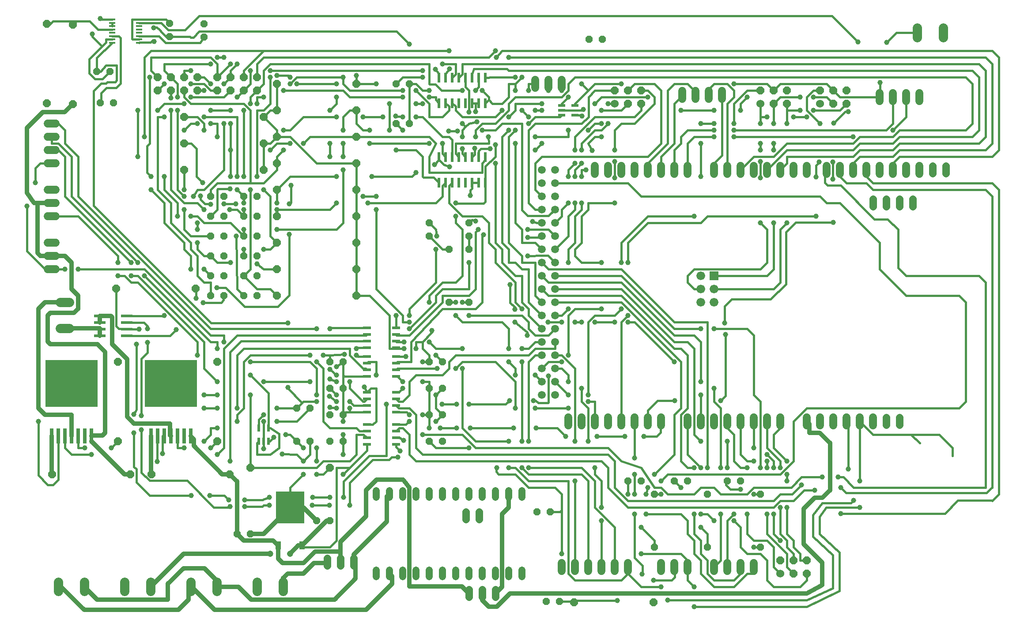
<source format=gbr>
G04 EAGLE Gerber RS-274X export*
G75*
%MOMM*%
%FSLAX34Y34*%
%LPD*%
%INTop Copper*%
%IPPOS*%
%AMOC8*
5,1,8,0,0,1.08239X$1,22.5*%
G01*
%ADD10C,1.508000*%
%ADD11C,1.508000*%
%ADD12C,1.422400*%
%ADD13C,1.676400*%
%ADD14R,1.676400X1.676400*%
%ADD15C,1.524000*%
%ADD16P,1.649562X8X22.500000*%
%ADD17C,1.524000*%
%ADD18C,1.790700*%
%ADD19P,1.429621X8X22.500000*%
%ADD20P,1.429621X8X292.500000*%
%ADD21R,0.508000X1.981200*%
%ADD22R,0.800000X3.000000*%
%ADD23R,10.000000X9.000000*%
%ADD24P,1.649562X8X202.500000*%
%ADD25R,1.320800X0.558800*%
%ADD26P,1.649562X8X112.500000*%
%ADD27R,0.558800X1.320800*%
%ADD28P,1.429621X8X202.500000*%
%ADD29P,1.429621X8X112.500000*%
%ADD30R,1.524000X0.508000*%
%ADD31R,5.400000X6.200000*%
%ADD32R,1.000000X1.600000*%
%ADD33C,1.320800*%
%ADD34R,1.270000X0.381000*%
%ADD35P,1.649562X8X292.500000*%
%ADD36R,2.200000X0.600000*%
%ADD37C,0.406400*%
%ADD38C,1.006400*%
%ADD39C,0.812800*%
%ADD40C,1.206400*%


D10*
X1701800Y284560D02*
X1701800Y299640D01*
X1676400Y299640D02*
X1676400Y284560D01*
X1651000Y284560D02*
X1651000Y299640D01*
X1625600Y299640D02*
X1625600Y284560D01*
X1600200Y284560D02*
X1600200Y299640D01*
X1574800Y299640D02*
X1574800Y284560D01*
X1574800Y767160D02*
X1574800Y782240D01*
X1549400Y782240D02*
X1549400Y767160D01*
X1524000Y767160D02*
X1524000Y782240D01*
X1498600Y782240D02*
X1498600Y767160D01*
X1473200Y767160D02*
X1473200Y782240D01*
X1447800Y782240D02*
X1447800Y767160D01*
X1422400Y767160D02*
X1422400Y782240D01*
X1397000Y782240D02*
X1397000Y767160D01*
X1346200Y767160D02*
X1346200Y782240D01*
X1320800Y782240D02*
X1320800Y767160D01*
X1270000Y767160D02*
X1270000Y782240D01*
X1244600Y782240D02*
X1244600Y767160D01*
X1219200Y767160D02*
X1219200Y782240D01*
X1193800Y782240D02*
X1193800Y767160D01*
X1168400Y767160D02*
X1168400Y782240D01*
X1790700Y782240D02*
X1790700Y767160D01*
X1765300Y767160D02*
X1765300Y782240D01*
X1739900Y782240D02*
X1739900Y767160D01*
X1714500Y767160D02*
X1714500Y782240D01*
X1689100Y782240D02*
X1689100Y767160D01*
X1663700Y767160D02*
X1663700Y782240D01*
X1638300Y782240D02*
X1638300Y767160D01*
X1612900Y767160D02*
X1612900Y782240D01*
D11*
X1066800Y342900D03*
X1092200Y342900D03*
X1092200Y368300D03*
X1066800Y368300D03*
X1066800Y393700D03*
X1092200Y393700D03*
X1092200Y419100D03*
X1066800Y419100D03*
X1066800Y444500D03*
X1092200Y444500D03*
X1066800Y469900D03*
X1092200Y469900D03*
X1092200Y495300D03*
X1066800Y495300D03*
X1066800Y520700D03*
X1092200Y520700D03*
X1092200Y546100D03*
X1066800Y546100D03*
X1092200Y571500D03*
X1066800Y571500D03*
X1066800Y596900D03*
X1092200Y596900D03*
X1092200Y622300D03*
X1066800Y622300D03*
X1066800Y647700D03*
X1092200Y647700D03*
X1066800Y673100D03*
X1092200Y673100D03*
X1092200Y698500D03*
X1066800Y698500D03*
X1066800Y723900D03*
X1092200Y723900D03*
X1092200Y749300D03*
X1066800Y749300D03*
X1092200Y774700D03*
X1066800Y774700D03*
D10*
X1295400Y767160D02*
X1295400Y782240D01*
X1295400Y299640D02*
X1295400Y284560D01*
X1270000Y284560D02*
X1270000Y299640D01*
X1219200Y299640D02*
X1219200Y284560D01*
X1193800Y284560D02*
X1193800Y299640D01*
X1168400Y299640D02*
X1168400Y284560D01*
X1143000Y284560D02*
X1143000Y299640D01*
X1117600Y299640D02*
X1117600Y284560D01*
X1244600Y284560D02*
X1244600Y299640D01*
X1524000Y299640D02*
X1524000Y284560D01*
X1498600Y284560D02*
X1498600Y299640D01*
X1447800Y299640D02*
X1447800Y284560D01*
X1422400Y284560D02*
X1422400Y299640D01*
X1397000Y299640D02*
X1397000Y284560D01*
X1371600Y284560D02*
X1371600Y299640D01*
X1346200Y299640D02*
X1346200Y284560D01*
X1473200Y284560D02*
X1473200Y299640D01*
D12*
X1701800Y704088D02*
X1701800Y718312D01*
X1727200Y718312D02*
X1727200Y704088D01*
X1752600Y704088D02*
X1752600Y718312D01*
X1778000Y718312D02*
X1778000Y704088D01*
X1727200Y299212D02*
X1727200Y284988D01*
X1752600Y284988D02*
X1752600Y299212D01*
X1816100Y767588D02*
X1816100Y781812D01*
X1841500Y781812D02*
X1841500Y767588D01*
D13*
X1371600Y571500D03*
X1371600Y546100D03*
X1371600Y520700D03*
X1397000Y520700D03*
X1397000Y546100D03*
D14*
X1397000Y571500D03*
D10*
X1790700Y767160D02*
X1790700Y782240D01*
D15*
X1600200Y901700D03*
D16*
X1625600Y901700D03*
X1651000Y901700D03*
X1600200Y927100D03*
X1625600Y927100D03*
X1651000Y927100D03*
D15*
X1485900Y901700D03*
D16*
X1511300Y901700D03*
X1536700Y901700D03*
X1485900Y927100D03*
X1511300Y927100D03*
X1536700Y927100D03*
D17*
X134620Y584200D02*
X119380Y584200D01*
X119380Y609600D02*
X134620Y609600D01*
X134620Y635000D02*
X119380Y635000D01*
X119380Y685800D02*
X134620Y685800D01*
X134620Y711200D02*
X119380Y711200D01*
X119380Y736600D02*
X134620Y736600D01*
D18*
X394100Y-16447D02*
X394100Y-34354D01*
X444100Y-34354D02*
X444100Y-16447D01*
X521100Y-16447D02*
X521100Y-34354D01*
X571100Y-34354D02*
X571100Y-16447D01*
D19*
X1231900Y177800D03*
X1257300Y177800D03*
X1320800Y177800D03*
X1346200Y177800D03*
X1422400Y177800D03*
X1447800Y177800D03*
D20*
X1282700Y152400D03*
X1282700Y50800D03*
X1384300Y152400D03*
X1384300Y50800D03*
X1485900Y152400D03*
X1485900Y50800D03*
D16*
X444500Y927100D03*
X469900Y927100D03*
X495300Y927100D03*
X520700Y927100D03*
X444500Y952500D03*
X469900Y952500D03*
X495300Y952500D03*
X520700Y952500D03*
X330200Y927100D03*
X355600Y927100D03*
X381000Y927100D03*
X406400Y927100D03*
X330200Y952500D03*
X355600Y952500D03*
X381000Y952500D03*
X406400Y952500D03*
D18*
X161354Y520300D02*
X143447Y520300D01*
X143447Y470300D02*
X161354Y470300D01*
D17*
X1295400Y20320D02*
X1295400Y5080D01*
X1320800Y5080D02*
X1320800Y20320D01*
X1346200Y20320D02*
X1346200Y5080D01*
D21*
X958850Y951738D03*
X946150Y951738D03*
X933450Y951738D03*
X920750Y951738D03*
X908050Y951738D03*
X895350Y951738D03*
X882650Y951738D03*
X869950Y951738D03*
X869950Y902462D03*
X882650Y902462D03*
X895350Y902462D03*
X908050Y902462D03*
X920750Y902462D03*
X933450Y902462D03*
X946150Y902462D03*
X958850Y902462D03*
X958850Y799338D03*
X946150Y799338D03*
X933450Y799338D03*
X920750Y799338D03*
X908050Y799338D03*
X895350Y799338D03*
X882650Y799338D03*
X869950Y799338D03*
X869950Y750062D03*
X882650Y750062D03*
X895350Y750062D03*
X908050Y750062D03*
X920750Y750062D03*
X933450Y750062D03*
X946150Y750062D03*
X958850Y750062D03*
D22*
X317500Y263525D03*
X330200Y263525D03*
X342900Y263525D03*
X355600Y263525D03*
X368300Y263525D03*
X381000Y263525D03*
X393700Y263525D03*
D23*
X355600Y364550D03*
D22*
X127000Y263525D03*
X139700Y263525D03*
X152400Y263525D03*
X165100Y263525D03*
X177800Y263525D03*
X190500Y263525D03*
X203200Y263525D03*
D23*
X165100Y364550D03*
D16*
X558800Y736600D03*
X711200Y736600D03*
X558800Y787400D03*
X711200Y787400D03*
X558800Y685800D03*
X711200Y685800D03*
X558800Y838200D03*
X711200Y838200D03*
X558800Y889000D03*
X711200Y889000D03*
X558800Y939800D03*
X711200Y939800D03*
D24*
X711200Y635000D03*
X558800Y635000D03*
X711200Y584200D03*
X558800Y584200D03*
X533400Y774700D03*
X381000Y774700D03*
X711200Y533400D03*
X558800Y533400D03*
X533400Y876300D03*
X381000Y876300D03*
X533400Y825500D03*
X381000Y825500D03*
D19*
X495300Y723900D03*
X520700Y723900D03*
X431800Y723900D03*
X457200Y723900D03*
X495300Y685800D03*
X520700Y685800D03*
X431800Y685800D03*
X457200Y685800D03*
X495300Y647700D03*
X520700Y647700D03*
X431800Y647700D03*
X457200Y647700D03*
X495300Y609600D03*
X520700Y609600D03*
X431800Y609600D03*
X457200Y609600D03*
X431800Y571500D03*
X457200Y571500D03*
X495300Y571500D03*
X520700Y571500D03*
X431800Y533400D03*
X457200Y533400D03*
X495300Y533400D03*
X520700Y533400D03*
D15*
X1206500Y901700D03*
D16*
X1231900Y901700D03*
X1257300Y901700D03*
X1206500Y927100D03*
X1231900Y927100D03*
X1257300Y927100D03*
D25*
X1104900Y898398D03*
X1104900Y889000D03*
X1104900Y879602D03*
X1130300Y879602D03*
X1130300Y898398D03*
D17*
X1054100Y932180D02*
X1054100Y947420D01*
X1079500Y947420D02*
X1079500Y932180D01*
X1104900Y932180D02*
X1104900Y947420D01*
D26*
X444500Y254000D03*
X444500Y406400D03*
X254000Y254000D03*
X254000Y406400D03*
D27*
X524002Y254000D03*
X533400Y254000D03*
X542798Y254000D03*
X542798Y279400D03*
X524002Y279400D03*
D19*
X596900Y254000D03*
X622300Y254000D03*
D28*
X685800Y355600D03*
X660400Y355600D03*
D19*
X850900Y406400D03*
X876300Y406400D03*
X850900Y355600D03*
X876300Y355600D03*
D28*
X685800Y406400D03*
X660400Y406400D03*
D19*
X596900Y317500D03*
X622300Y317500D03*
D17*
X134620Y787400D02*
X119380Y787400D01*
X119380Y812800D02*
X134620Y812800D01*
X134620Y838200D02*
X119380Y838200D01*
X119380Y863600D02*
X134620Y863600D01*
D16*
X508000Y203200D03*
X660400Y203200D03*
D15*
X1524000Y0D03*
D16*
X1549400Y0D03*
X1574800Y0D03*
X1524000Y25400D03*
X1549400Y25400D03*
X1574800Y25400D03*
D18*
X267100Y-16447D02*
X267100Y-34354D01*
X317100Y-34354D02*
X317100Y-16447D01*
X140100Y-16447D02*
X140100Y-34354D01*
X190100Y-34354D02*
X190100Y-16447D01*
D17*
X1104900Y5080D02*
X1104900Y20320D01*
X1130300Y20320D02*
X1130300Y5080D01*
X1155700Y5080D02*
X1155700Y20320D01*
X1181100Y20320D02*
X1181100Y5080D01*
X1206500Y5080D02*
X1206500Y20320D01*
X1231900Y20320D02*
X1231900Y5080D01*
D29*
X850900Y647700D03*
X850900Y673100D03*
X889000Y520700D03*
X889000Y622300D03*
X927100Y647700D03*
X927100Y673100D03*
X927100Y520700D03*
X927100Y622300D03*
D19*
X787400Y863600D03*
X812800Y863600D03*
X787400Y939800D03*
X812800Y939800D03*
D17*
X1714500Y922020D02*
X1714500Y906780D01*
X1739900Y906780D02*
X1739900Y922020D01*
X1765300Y922020D02*
X1765300Y906780D01*
X1790700Y906780D02*
X1790700Y922020D01*
X1397000Y20320D02*
X1397000Y5080D01*
X1422400Y5080D02*
X1422400Y20320D01*
X1447800Y20320D02*
X1447800Y5080D01*
X1473200Y5080D02*
X1473200Y20320D01*
D24*
X468630Y190500D03*
X318770Y190500D03*
X278130Y190500D03*
X128270Y190500D03*
D17*
X1412240Y910590D02*
X1412240Y925830D01*
X1386840Y925830D02*
X1386840Y910590D01*
X1361440Y910590D02*
X1361440Y925830D01*
X1336040Y925830D02*
X1336040Y910590D01*
D19*
X850900Y254000D03*
X876300Y254000D03*
X850900Y304800D03*
X876300Y304800D03*
D28*
X685800Y304800D03*
X660400Y304800D03*
X685800Y254000D03*
X660400Y254000D03*
D30*
X787400Y309880D03*
X787400Y322580D03*
X787400Y335280D03*
X787400Y347980D03*
X731520Y309880D03*
X731520Y322580D03*
X731520Y335280D03*
X731520Y347980D03*
X787400Y433070D03*
X787400Y445770D03*
X787400Y458470D03*
X787400Y471170D03*
X731520Y433070D03*
X731520Y445770D03*
X731520Y458470D03*
X731520Y471170D03*
X787400Y378460D03*
X787400Y391160D03*
X787400Y403860D03*
X787400Y416560D03*
X731520Y378460D03*
X731520Y391160D03*
X731520Y403860D03*
X731520Y416560D03*
X787400Y247650D03*
X787400Y260350D03*
X787400Y273050D03*
X787400Y285750D03*
X731520Y247650D03*
X731520Y260350D03*
X731520Y273050D03*
X731520Y285750D03*
D31*
X584200Y126600D03*
D32*
X561400Y53600D03*
X607000Y53600D03*
D12*
X977900Y-30988D02*
X977900Y-45212D01*
X952500Y-45212D02*
X952500Y-30988D01*
X927100Y-30988D02*
X927100Y-45212D01*
X706500Y14788D02*
X706500Y29012D01*
X681100Y29012D02*
X681100Y14788D01*
X655700Y14788D02*
X655700Y29012D01*
D19*
X482600Y76200D03*
X508000Y76200D03*
D12*
X946900Y103688D02*
X946900Y117912D01*
X921500Y117912D02*
X921500Y103688D01*
D28*
X660400Y101600D03*
X635000Y101600D03*
D33*
X749300Y6604D02*
X749300Y-6604D01*
X774700Y-6604D02*
X774700Y6604D01*
X800100Y6604D02*
X800100Y-6604D01*
X825500Y-6604D02*
X825500Y6604D01*
X850900Y6604D02*
X850900Y-6604D01*
X876300Y-6604D02*
X876300Y6604D01*
X901700Y6604D02*
X901700Y-6604D01*
X927100Y-6604D02*
X927100Y6604D01*
X952500Y6604D02*
X952500Y-6604D01*
X977900Y-6604D02*
X977900Y6604D01*
X1003300Y6604D02*
X1003300Y-6604D01*
X1028700Y-6604D02*
X1028700Y6604D01*
X1028700Y145796D02*
X1028700Y159004D01*
X1003300Y159004D02*
X1003300Y145796D01*
X977900Y145796D02*
X977900Y159004D01*
X952500Y159004D02*
X952500Y145796D01*
X927100Y145796D02*
X927100Y159004D01*
X901700Y159004D02*
X901700Y145796D01*
X876300Y145796D02*
X876300Y159004D01*
X850900Y159004D02*
X850900Y145796D01*
X825500Y145796D02*
X825500Y159004D01*
X800100Y159004D02*
X800100Y145796D01*
X774700Y145796D02*
X774700Y159004D01*
X749300Y159004D02*
X749300Y145796D01*
D34*
X294900Y1024825D03*
X242900Y1037525D03*
X294900Y1018475D03*
X294900Y1031175D03*
X294900Y1037525D03*
X242900Y1031175D03*
X242900Y1043875D03*
X242900Y1050225D03*
X294900Y1050225D03*
X242900Y1062925D03*
X294900Y1043875D03*
X294900Y1056575D03*
X242900Y1056575D03*
X294900Y1062925D03*
X242900Y1024825D03*
X242900Y1018475D03*
D29*
X353600Y1030300D03*
X353600Y1055700D03*
X419300Y1029200D03*
X419300Y1054600D03*
D19*
X213800Y963000D03*
X239200Y963000D03*
X220100Y903000D03*
X245500Y903000D03*
D26*
X118000Y902500D03*
X118000Y1054900D03*
D35*
X167700Y1053300D03*
X167700Y900900D03*
D36*
X219500Y481650D03*
X271500Y481650D03*
X219500Y494350D03*
X219500Y468950D03*
X219500Y456250D03*
X271500Y494350D03*
X271500Y468950D03*
X271500Y456250D03*
D28*
X1083500Y118500D03*
X1058100Y118500D03*
D16*
X251200Y547000D03*
X403600Y547000D03*
D18*
X1837000Y1028747D02*
X1837000Y1046654D01*
X1787000Y1046654D02*
X1787000Y1028747D01*
D24*
X1281200Y-55000D03*
X1128800Y-55000D03*
D28*
X1100700Y-54000D03*
X1075300Y-54000D03*
D19*
X1157300Y1025000D03*
X1182700Y1025000D03*
D37*
X1397000Y546100D02*
X1511300Y546100D01*
X1524000Y558800D01*
X1524000Y660400D01*
X1536700Y673100D01*
D38*
X1536700Y673100D03*
X1536700Y863600D03*
D37*
X1536700Y889000D01*
X1536700Y901700D01*
X1638300Y889000D02*
X1651000Y901700D01*
X1638300Y889000D02*
X1587500Y889000D01*
D38*
X1587500Y889000D03*
X1562100Y889000D03*
D37*
X1536700Y889000D01*
X1511300Y901700D02*
X1511300Y863600D01*
D38*
X1511300Y863600D03*
X1511300Y825500D03*
D37*
X1511300Y812800D01*
D38*
X1511300Y812800D03*
X1511300Y673100D03*
D37*
X1511300Y584200D01*
X1498600Y571500D01*
X1397000Y571500D01*
X1625600Y901700D02*
X1612900Y914400D01*
X1587500Y914400D01*
D38*
X1587500Y914400D03*
X1562100Y914400D03*
D37*
X1524000Y914400D01*
X1511300Y901700D01*
X1485900Y901700D02*
X1485900Y876300D01*
D38*
X1485900Y863600D03*
D37*
X1485900Y876300D01*
D38*
X1485900Y825500D03*
D37*
X1485900Y812800D01*
D38*
X1485900Y812800D03*
X1485900Y790400D03*
D37*
X1485900Y759000D01*
D38*
X1485900Y759000D03*
X1485900Y673100D03*
D37*
X1498600Y660400D01*
X1498600Y596900D01*
X1485900Y584200D01*
X1358900Y584200D01*
X1346200Y571500D01*
X1346200Y558800D01*
X1358900Y546100D01*
X1371600Y546100D01*
D38*
X1549400Y876300D03*
X1498600Y876300D03*
D37*
X1485900Y876300D01*
X1549400Y876300D02*
X1574800Y876300D01*
D38*
X1574800Y876300D03*
D37*
X869950Y951738D02*
X869950Y958850D01*
X862600Y967200D01*
D38*
X862600Y967200D03*
X838200Y952500D03*
D37*
X800100Y952500D01*
X787400Y939800D01*
X869950Y799338D02*
X869950Y793750D01*
X861600Y784400D01*
D38*
X861600Y784400D03*
X800100Y850900D03*
D37*
X787400Y863600D01*
X787400Y495300D02*
X787400Y471170D01*
D38*
X787400Y495300D03*
X812800Y495300D03*
D37*
X812800Y508000D01*
X863600Y558800D01*
X863600Y622300D01*
D38*
X863600Y622300D03*
X865600Y647700D03*
D37*
X863600Y660400D01*
X850900Y673100D01*
X797560Y416560D02*
X787400Y416560D01*
X797560Y416560D02*
X806600Y416600D01*
D38*
X806600Y416600D03*
X863600Y419100D03*
D37*
X876300Y406400D01*
X792480Y347980D02*
X787400Y347980D01*
X792480Y347980D02*
X800100Y355600D01*
D38*
X800100Y355600D03*
X863600Y342900D03*
D37*
X876300Y355600D01*
X806450Y285750D02*
X787400Y285750D01*
X806450Y285750D02*
X812800Y292100D01*
D38*
X812800Y292100D03*
X863600Y292100D03*
D37*
X876300Y304800D01*
X863600Y317500D02*
X863600Y342900D01*
X863600Y317500D02*
X876300Y304800D01*
D38*
X1147000Y890500D03*
X1168400Y901700D03*
D37*
X1181100Y914400D01*
X1270000Y914400D01*
D38*
X1270000Y914400D03*
X1333500Y889000D03*
D37*
X1397000Y889000D01*
D38*
X1397000Y889000D03*
X1447800Y889000D03*
D37*
X1447800Y901700D01*
X1460500Y914400D01*
D38*
X1460500Y914400D03*
D37*
X342900Y939800D02*
X330200Y927100D01*
D38*
X342900Y939800D03*
X393700Y939800D03*
D37*
X419100Y939800D01*
X431800Y927100D01*
X444500Y927100D01*
X346375Y1062925D02*
X294900Y1062925D01*
X346375Y1062925D02*
X353600Y1055700D01*
X294900Y1024825D02*
X282175Y1024825D01*
X281000Y1026000D01*
X281000Y1063000D01*
X293975Y1063000D01*
X294900Y1062925D01*
X940000Y902462D02*
X946150Y902462D01*
X940000Y902462D02*
X933450Y902462D01*
X940000Y902462D02*
X940000Y886000D01*
D38*
X940000Y886000D03*
X905000Y849000D03*
D37*
X888000Y849000D01*
D38*
X888000Y849000D03*
X890000Y780000D03*
D37*
X878700Y785000D01*
X869950Y793750D01*
X933450Y750062D02*
X946150Y750062D01*
X933450Y750062D02*
X933450Y738550D01*
D38*
X940000Y676000D03*
D37*
X933000Y679000D01*
X927100Y673100D01*
X1104900Y889000D02*
X1145500Y889000D01*
X1147000Y890500D01*
D38*
X930000Y725000D03*
D37*
X930000Y735100D01*
X933450Y738550D01*
X354250Y456250D02*
X271500Y456250D01*
X354250Y456250D02*
X366000Y468000D01*
D38*
X366000Y468000D03*
X418000Y520000D03*
D37*
X452000Y520000D01*
X457000Y525000D01*
X457000Y533200D01*
X457200Y533400D01*
X1676400Y292100D02*
X1701800Y266700D01*
X1775000Y266700D01*
X1828800Y266700D01*
X1854200Y241300D01*
X1854200Y225400D01*
X1676400Y177800D02*
X1676400Y292100D01*
D38*
X1676400Y177800D03*
X1676400Y127000D03*
D37*
X1612500Y127000D01*
X1599800Y109300D01*
X1599800Y76200D01*
X1637400Y40100D01*
X1637400Y-33400D01*
X1574800Y-63500D01*
X1358900Y-63500D01*
D38*
X1358900Y-63500D03*
X1358900Y-25400D03*
D37*
X1346200Y-12700D01*
X1346200Y12700D01*
X1511300Y927100D02*
X1524000Y939800D01*
X1612900Y939800D01*
X1625600Y927100D01*
X1638300Y914400D02*
X1714500Y914400D01*
X1638300Y914400D02*
X1625600Y927100D01*
X1130300Y901700D02*
X1130300Y898398D01*
X1130300Y901700D02*
X1155700Y927100D01*
X1168400Y939800D01*
X1219400Y939800D01*
D38*
X1219400Y939800D03*
X1435100Y939800D03*
D37*
X1498600Y939800D01*
X1511300Y927100D01*
D38*
X901700Y711200D03*
X901700Y685800D03*
D37*
X901700Y673100D01*
X914400Y660400D01*
X914400Y571500D01*
X901700Y558800D01*
X876300Y558800D01*
X850900Y533400D01*
X850900Y520700D01*
D38*
X850900Y520700D03*
X856400Y465900D03*
D37*
X825500Y444500D02*
X825500Y431800D01*
D38*
X825500Y431800D03*
X803100Y431300D03*
D37*
X788670Y431800D01*
X787400Y433070D01*
X850900Y419100D02*
X850900Y406400D01*
X850900Y419100D02*
X838200Y431800D01*
X838200Y444500D01*
X825500Y444500D01*
X838200Y406400D02*
X850900Y406400D01*
D38*
X838200Y406400D03*
X838200Y368300D03*
D37*
X850900Y368300D01*
X850900Y355600D01*
X850900Y304800D01*
X850900Y279400D01*
D38*
X850900Y279400D03*
D37*
X807720Y309880D02*
X787400Y309880D01*
X807720Y309880D02*
X812800Y304800D01*
D38*
X812800Y304800D03*
X838200Y304800D03*
D37*
X850900Y304800D01*
X812800Y863600D02*
X812800Y939800D01*
X825500Y939800D01*
X838200Y927100D01*
X850900Y927100D01*
D38*
X850900Y927100D03*
X952500Y927100D03*
D37*
X965200Y914400D01*
X965200Y908812D01*
X958850Y902462D01*
X990600Y901700D02*
X1003300Y914400D01*
X1003300Y939800D01*
X1016000Y939800D01*
X1028700Y952500D01*
D38*
X1028700Y952500D03*
X1143000Y939800D03*
D37*
X1155700Y927100D01*
X977900Y800100D02*
X958850Y781050D01*
X977900Y800100D02*
X978400Y823000D01*
D38*
X978400Y823000D03*
X1041400Y876300D03*
D37*
X1028700Y889000D01*
D38*
X1028700Y889000D03*
X1016000Y927100D03*
D37*
X1016000Y939800D01*
X958850Y781050D02*
X958850Y750062D01*
X789940Y378460D02*
X787400Y378460D01*
X789940Y378460D02*
X800100Y368300D01*
D38*
X800100Y368300D03*
D37*
X1346200Y25400D02*
X1346200Y12700D01*
X1346200Y25400D02*
X1333500Y38100D01*
X1257300Y38100D01*
D38*
X1257300Y38100D03*
X1104900Y38100D03*
D37*
X1104900Y122000D01*
X1104900Y152400D01*
X1092200Y165100D01*
X1041400Y165100D01*
X1016000Y190500D01*
X984500Y190500D01*
D38*
X980600Y203200D03*
X927100Y241300D03*
D37*
X863600Y241300D01*
X850900Y254000D01*
X711200Y787400D02*
X635000Y787400D01*
X584200Y838200D01*
X558800Y850900D02*
X533400Y876300D01*
X546100Y889000D01*
X546100Y825500D02*
X533400Y825500D01*
X546100Y825500D02*
X558800Y838200D01*
X558800Y850900D01*
X558800Y838200D02*
X584200Y838200D01*
X533400Y825500D02*
X533400Y774700D01*
X546100Y889000D02*
X558800Y889000D01*
X711200Y787400D02*
X711200Y736600D01*
X711200Y685800D01*
X711200Y635000D01*
X711200Y584200D01*
X711200Y533400D01*
X736600Y533400D01*
X774700Y495300D01*
X774700Y431800D01*
X786130Y431800D01*
X787400Y433070D01*
X353600Y1030300D02*
X346700Y1030300D01*
X339000Y1038000D01*
X334000Y1044000D01*
X329000Y1048000D01*
X324000Y1048000D01*
X323000Y1047000D01*
D38*
X323000Y1047000D03*
X324000Y1021000D03*
D37*
X321000Y1023000D01*
X317000Y1019000D01*
X295425Y1019000D01*
X294900Y1018475D01*
X1083500Y118500D02*
X1101400Y118500D01*
X1104900Y122000D01*
X392100Y1030300D02*
X353600Y1030300D01*
X392100Y1030300D02*
X393700Y1028700D01*
D38*
X812800Y1016000D03*
D37*
X558800Y939800D02*
X558800Y889000D01*
X1746700Y1037700D02*
X1787000Y1037700D01*
X1746700Y1037700D02*
X1728000Y1019000D01*
D38*
X1728000Y1019000D03*
X1716000Y942000D03*
D37*
X1716000Y915900D01*
X1714500Y914400D01*
X958850Y750062D02*
X958850Y713850D01*
X955000Y710000D01*
X902900Y710000D01*
X901700Y711200D01*
X398700Y1028700D02*
X393700Y1028700D01*
X398700Y1028700D02*
X410000Y1040000D01*
X788800Y1040000D01*
X812800Y1016000D01*
X980000Y195000D02*
X984500Y190500D01*
X980000Y195000D02*
X980000Y202600D01*
X980600Y203200D01*
X342350Y494350D02*
X271500Y494350D01*
X342350Y494350D02*
X343000Y495000D01*
D38*
X343000Y495000D03*
X404000Y528000D03*
D37*
X404000Y546600D01*
X403600Y547000D01*
D38*
X586000Y745000D03*
D37*
X586000Y712000D01*
X583000Y709000D01*
D38*
X583000Y709000D03*
X583000Y651000D03*
D37*
X583000Y534000D01*
X561000Y512000D01*
X497000Y512000D01*
X461000Y548000D01*
X444000Y548000D01*
D38*
X444000Y548000D03*
D37*
X787400Y247650D02*
X787400Y242600D01*
X795000Y235000D01*
D38*
X795000Y235000D03*
D37*
X856400Y462700D02*
X856400Y465900D01*
X856400Y462700D02*
X838200Y444500D01*
X972312Y901700D02*
X990600Y901700D01*
X972312Y901700D02*
X965200Y908812D01*
X1775000Y266700D02*
X1791700Y250000D01*
X1117600Y342900D02*
X1092200Y368300D01*
D38*
X1117600Y342900D03*
X1155700Y342900D03*
D37*
X1155700Y482600D01*
X1168400Y495300D01*
X1206500Y495300D01*
X1219200Y508000D01*
D38*
X1219200Y508000D03*
X1219200Y596900D03*
D37*
X1219200Y635000D01*
X1270000Y685800D01*
X1358900Y685800D01*
D38*
X1358900Y685800D03*
X1371600Y762000D03*
D37*
X1371600Y825500D01*
D38*
X1371600Y825500D03*
X1371600Y863600D03*
D37*
X1397000Y863600D01*
D38*
X1397000Y863600D03*
X1435100Y863600D03*
D37*
X1435100Y901700D01*
X1460500Y927100D01*
X1485900Y927100D01*
X1219200Y482600D02*
X1219200Y292100D01*
X1219200Y482600D02*
X1231900Y495300D01*
D38*
X1231900Y495300D03*
X1231900Y596900D03*
D37*
X1231900Y635000D01*
X1270000Y673100D01*
X1371600Y673100D01*
X1384300Y685800D01*
X1592500Y685800D01*
D38*
X1592500Y685800D03*
X1592500Y760500D03*
X1598700Y789400D03*
X1600200Y863600D03*
D37*
X1574800Y889000D01*
X1574800Y914400D01*
X1587500Y927100D01*
X1600200Y927100D01*
X1592500Y783200D02*
X1592500Y760500D01*
X1592500Y783200D02*
X1598700Y789400D01*
X1066800Y723900D02*
X1054100Y736600D01*
X1054100Y787400D01*
X1066800Y800100D01*
X1270000Y800100D01*
X1295400Y825500D01*
X1295400Y927100D01*
X1282700Y939800D01*
X1244600Y939800D01*
X1231900Y927100D01*
X1066800Y698500D02*
X1054100Y698500D01*
X1041400Y711200D01*
X1041400Y850900D01*
X1054100Y863600D01*
X1143000Y863600D01*
X1157200Y875800D01*
X1157200Y914400D01*
X1168400Y927100D01*
X1206500Y927100D01*
D39*
X482600Y76200D02*
X495300Y63500D01*
X551500Y63500D01*
X561400Y53600D01*
X278130Y190500D02*
X266700Y190500D01*
X203200Y254000D01*
X177800Y533400D02*
X165100Y546100D01*
X165100Y596900D01*
X152400Y609600D01*
X127000Y609600D01*
D37*
X203200Y263525D02*
X203200Y254000D01*
X393700Y263525D02*
X393700Y266700D01*
D39*
X482600Y176530D02*
X482600Y76200D01*
X482600Y176530D02*
X468630Y190500D01*
X127000Y711200D02*
X100000Y711200D01*
X93800Y711200D01*
X80000Y730000D01*
X80000Y855000D01*
X110000Y885000D01*
X151800Y885000D01*
X167700Y900900D01*
X177800Y533400D02*
X177800Y507800D01*
X170000Y500000D01*
X125000Y500000D01*
X120000Y495000D01*
X120000Y445000D01*
X125000Y440000D01*
X215000Y440000D01*
X230000Y425000D01*
X230000Y270000D01*
X225000Y265000D01*
X204675Y265000D01*
X203200Y263525D01*
X454500Y190500D02*
X468630Y190500D01*
X454500Y190500D02*
X400000Y245000D01*
X400000Y257225D01*
X393700Y263525D01*
X561400Y53600D02*
X561400Y28600D01*
X570000Y20000D01*
X610000Y20000D01*
X633000Y42000D01*
X680100Y42000D01*
X680000Y30000D02*
X680000Y23000D01*
X681100Y21900D01*
X681100Y43000D01*
X681100Y61100D01*
X730000Y110000D01*
X730000Y160000D01*
X750000Y180000D01*
X801000Y180000D01*
X813000Y165000D01*
X813000Y-25000D01*
X914000Y-25000D01*
X927100Y-38100D01*
X681100Y43000D02*
X680100Y42000D01*
X127000Y609600D02*
X105400Y609600D01*
X100000Y615000D01*
X100000Y711200D01*
D37*
X1231900Y177800D02*
X1231900Y152400D01*
D38*
X1231900Y152400D03*
X1257300Y88900D03*
D37*
X1282700Y63500D01*
X1282700Y50800D01*
X1384300Y50800D02*
X1384300Y76200D01*
X1371600Y88900D01*
D38*
X1371600Y88900D03*
X1333500Y165100D03*
D37*
X1320800Y177800D01*
D38*
X1447800Y161600D03*
X1473200Y50800D03*
D37*
X1485900Y50800D01*
X1447800Y161600D02*
X1428400Y161600D01*
X1420000Y170000D01*
X1420000Y175400D01*
X1422400Y177800D01*
X1231900Y749300D02*
X1092200Y749300D01*
X1231900Y749300D02*
X1257300Y723900D01*
X1600200Y723900D01*
X1612900Y711200D01*
X1638300Y711200D01*
X1714500Y635000D01*
X1714500Y584200D01*
X1765300Y533400D01*
X1866900Y533400D01*
X1879600Y520700D01*
X1879600Y330200D01*
X1866900Y317500D01*
X1574800Y317500D01*
X1549400Y292100D01*
X1549400Y215900D01*
X1524000Y190500D01*
X1308100Y190500D01*
X1295400Y177800D01*
D38*
X1295400Y177800D03*
X1295400Y152400D03*
D37*
X1282700Y152400D01*
X1739900Y774700D02*
X1739900Y787400D01*
X1752600Y800100D01*
X1930400Y800100D01*
X1943100Y812800D01*
X1943100Y990600D01*
X1930400Y1003300D01*
X990600Y1003300D01*
X979900Y990600D01*
X964900Y838200D02*
X965200Y825500D01*
X901700Y825500D01*
X901700Y805688D01*
X908050Y799338D01*
D38*
X979900Y990600D03*
X964900Y838200D03*
D37*
X1371600Y342900D02*
X1371600Y292100D01*
D38*
X1371600Y342900D03*
X1320800Y406400D03*
D37*
X1244600Y482600D01*
X1231900Y482600D01*
D38*
X1231900Y482600D03*
X1206500Y482600D03*
D37*
X1168400Y482600D01*
D38*
X1168400Y482600D03*
X1143000Y482600D03*
D37*
X1130300Y482600D01*
D38*
X1130300Y482600D03*
X1104900Y482600D03*
D37*
X1079300Y482600D01*
D38*
X1079300Y482600D03*
X1028700Y508000D03*
D37*
X1016000Y520700D01*
X1016000Y558800D01*
X977900Y596900D01*
X977900Y622300D01*
X965200Y635000D01*
X965200Y673100D01*
X952500Y685800D01*
X914400Y685800D01*
X889000Y711200D01*
X889000Y743712D01*
X895350Y750062D01*
X1244600Y292100D02*
X1244600Y221400D01*
D38*
X1244600Y221400D03*
X1244600Y190500D03*
D37*
X1244600Y152400D01*
D38*
X1244600Y152400D03*
X1244600Y114300D03*
X1259000Y-1000D03*
X1212000Y-52000D03*
D37*
X1131800Y-52000D01*
X1128800Y-55000D01*
X1244600Y30400D02*
X1244600Y114300D01*
X1244600Y30400D02*
X1260000Y15000D01*
X1260000Y0D01*
X1259000Y-1000D01*
X1128800Y-54000D02*
X1100700Y-54000D01*
X1128800Y-54000D02*
X1128800Y-55000D01*
D39*
X533400Y76200D02*
X508000Y76200D01*
X533400Y76200D02*
X571500Y114300D01*
X571900Y114300D01*
X584200Y126600D01*
X127000Y191770D02*
X127000Y263525D01*
X127000Y191770D02*
X128270Y190500D01*
D37*
X584200Y165100D02*
X584200Y126600D01*
X584200Y165100D02*
X609600Y190500D01*
D38*
X609600Y190500D03*
X609600Y215900D03*
D37*
X622300Y228600D01*
X622300Y254000D01*
X731520Y347980D02*
X726400Y358100D01*
D38*
X726400Y358100D03*
X673100Y342900D03*
D37*
X660400Y355600D01*
X713740Y416560D02*
X731520Y416560D01*
X713740Y416560D02*
X711200Y419100D01*
D38*
X711200Y419100D03*
X688300Y420100D03*
D37*
X660400Y419100D01*
X660400Y406400D01*
X661670Y471170D02*
X731520Y471170D01*
X661670Y471170D02*
X660400Y469900D01*
D38*
X660400Y469900D03*
X647700Y419100D03*
D37*
X660400Y419100D01*
X533400Y254000D02*
X533400Y239300D01*
D38*
X533400Y239300D03*
X569300Y229100D03*
D37*
X596900Y228600D01*
X609600Y215900D01*
X533400Y254000D02*
X533400Y292100D01*
D38*
X533400Y292100D03*
X558800Y292100D03*
D37*
X596900Y292100D01*
X622300Y317500D01*
X731520Y285750D02*
X742950Y285750D01*
X749300Y292100D01*
X749300Y355600D01*
X739140Y355600D01*
X731520Y347980D01*
D39*
X610000Y126600D02*
X584200Y126600D01*
X610000Y126600D02*
X635000Y101600D01*
D37*
X239200Y963000D02*
X239000Y963000D01*
X225000Y949000D01*
X210000Y949000D01*
X199000Y960000D01*
X199000Y987000D01*
X223500Y1011500D01*
X231000Y1019000D01*
X231000Y1025000D01*
X242725Y1025000D01*
X242900Y1024825D01*
X242900Y1062925D02*
X222075Y1062925D01*
X220000Y1065000D01*
D38*
X220000Y1065000D03*
X205000Y1035000D03*
D37*
X205000Y1030000D01*
X223500Y1011500D01*
D39*
X317500Y263525D02*
X317500Y191770D01*
X318770Y190500D01*
D37*
X1028700Y697300D02*
X1028700Y863600D01*
X990600Y863600D02*
X977900Y850900D01*
X952500Y850900D01*
D38*
X952500Y850900D03*
X942800Y866600D03*
D37*
X927100Y863600D01*
X920750Y857250D01*
X914400Y850900D01*
X914400Y838200D01*
D38*
X914400Y838200D03*
X914400Y815300D03*
D37*
X914400Y805688D01*
X920750Y799338D01*
X920750Y933450D02*
X920750Y951738D01*
X920750Y933450D02*
X927100Y927100D01*
X927100Y885500D01*
D38*
X927100Y885500D03*
X914400Y863600D03*
D37*
X920750Y857250D01*
X990600Y863600D02*
X1028700Y863600D01*
X1028700Y697300D02*
X1040000Y686000D01*
X1079700Y686000D01*
X1092200Y698500D01*
X958850Y793750D02*
X958850Y799338D01*
X958850Y793750D02*
X952500Y787400D01*
X952500Y769700D01*
X850900Y769700D01*
X850900Y800100D01*
X863600Y825500D01*
X850900Y838200D01*
X711200Y838200D01*
X622300Y838200D01*
X609600Y825500D01*
D38*
X609600Y825500D03*
X584200Y825500D03*
D37*
X558800Y825500D01*
X546100Y812800D01*
D38*
X546100Y812800D03*
X469900Y812800D03*
D37*
X469900Y762000D01*
D38*
X469900Y762000D03*
D37*
X444500Y736600D02*
X444500Y698500D01*
X431800Y685800D01*
X419100Y952500D02*
X406400Y952500D01*
X419100Y952500D02*
X431800Y939800D01*
D38*
X431800Y939800D03*
X431800Y889000D03*
D37*
X469900Y889000D01*
D38*
X469900Y889000D03*
X469900Y863600D03*
D37*
X469900Y812800D01*
D38*
X469000Y738000D03*
D37*
X445900Y738000D01*
X444500Y736600D01*
X381000Y952500D02*
X381000Y965200D01*
X393700Y965200D01*
D38*
X393700Y965200D03*
X315500Y952500D03*
D37*
X342900Y762000D02*
X342900Y736600D01*
X368300Y711200D01*
X368300Y685800D01*
D38*
X368300Y685800D03*
X393700Y685800D03*
D37*
X406400Y685800D01*
X419100Y673100D01*
X469900Y673100D01*
X495300Y647700D01*
X495300Y660400D01*
D38*
X495300Y660400D03*
X558800Y660400D03*
D37*
X673100Y660400D01*
X685800Y673100D01*
X685800Y774700D01*
D38*
X685800Y774700D03*
X685800Y800100D03*
D37*
X685800Y825500D01*
D38*
X685800Y825500D03*
X685800Y850900D03*
D37*
X685800Y876300D01*
X698500Y889000D01*
X711200Y889000D01*
X711200Y863600D01*
X723900Y850900D01*
X736600Y850900D01*
D38*
X736600Y850900D03*
X736600Y825500D03*
D37*
X850900Y825500D01*
D38*
X850900Y825500D03*
X876300Y825500D03*
D37*
X876300Y805688D01*
X882650Y799338D01*
D38*
X317500Y762000D03*
X342900Y762000D03*
D37*
X315500Y825500D02*
X315500Y952500D01*
X315500Y825500D02*
X310000Y820000D01*
X310000Y769500D01*
X317500Y762000D01*
X1498600Y774700D02*
X1536700Y812800D01*
X1663700Y812800D01*
X1676400Y825500D01*
X1739900Y825500D01*
X1752600Y838200D01*
X1892300Y838200D01*
X1905000Y850900D01*
X1905000Y952500D01*
X1892300Y965200D01*
X1003300Y965200D01*
X937100Y968700D02*
X933600Y958088D01*
X933450Y951738D01*
X937100Y968700D02*
X999800Y968700D01*
X1003300Y965200D01*
X1524000Y774700D02*
X1536700Y787400D01*
X1536700Y800100D01*
X1663700Y800100D01*
X1676400Y812800D01*
X1739900Y812800D01*
X1752600Y825500D01*
X1905000Y825500D01*
X1917700Y838200D01*
X1917700Y965200D01*
X1905000Y977900D01*
X914400Y977900D01*
X914400Y958088D01*
X908050Y951738D01*
X1663700Y787400D02*
X1663700Y774700D01*
X1663700Y787400D02*
X1676400Y800100D01*
X1739900Y800100D01*
X1752600Y812800D01*
X1917700Y812800D01*
X1930400Y825500D01*
X1930400Y977900D01*
X1917700Y990600D01*
X1003300Y990600D01*
X990600Y889000D02*
X977900Y876300D01*
X914400Y876300D01*
X901700Y889000D01*
X901700Y896112D01*
X895350Y902462D01*
D38*
X990600Y889000D03*
X1003300Y990600D03*
D37*
X1447800Y774700D02*
X1473200Y800100D01*
X1511300Y800100D01*
X1536700Y825500D01*
X1663700Y825500D01*
X1676400Y838200D01*
X1739900Y838200D01*
X1752600Y850900D01*
X1879600Y850900D01*
X1892300Y863600D01*
X1892300Y939800D01*
X1879600Y952500D01*
X1130300Y952500D01*
X1117600Y939800D01*
X1117600Y927100D01*
X1104900Y914400D01*
X1016000Y914400D01*
X1003300Y901700D01*
X1003300Y889000D01*
X977900Y863600D01*
X952500Y863600D01*
X939800Y850900D01*
X939800Y838200D01*
D38*
X939800Y838200D03*
X938300Y815800D03*
D37*
X938300Y804188D01*
X933450Y799338D01*
X1079500Y660400D02*
X1092200Y647700D01*
X939800Y654800D02*
X939800Y546100D01*
X927100Y533400D01*
X876300Y533400D01*
X812800Y457200D02*
X788670Y457200D01*
X787400Y458470D01*
X876300Y520700D02*
X876300Y533400D01*
X876300Y520700D02*
X812800Y457200D01*
X939800Y654800D02*
X945000Y660000D01*
D38*
X945000Y660000D03*
X1040000Y660000D03*
D37*
X1079100Y660000D01*
X1079500Y660400D01*
X952500Y647500D02*
X952500Y520700D01*
X939800Y508000D01*
X876300Y508000D01*
X816300Y444500D01*
X816300Y406400D01*
X789940Y406400D01*
X787400Y403860D01*
X952500Y647500D02*
X955000Y650000D01*
D38*
X955000Y650000D03*
X1040000Y645000D03*
D37*
X1064100Y645000D01*
X1066800Y647700D01*
X964438Y951738D02*
X958850Y951738D01*
X964438Y951738D02*
X968200Y952500D01*
X1016000Y952500D01*
D38*
X1016000Y952500D03*
X977900Y1003300D03*
D37*
X965200Y990600D01*
X533400Y990600D01*
X520700Y977900D01*
X520700Y952500D01*
D38*
X546100Y952500D03*
D37*
X546100Y901700D01*
X533400Y889000D01*
X520700Y889000D01*
X520700Y762000D01*
D38*
X520700Y762000D03*
X533400Y736600D03*
D37*
X546100Y723900D01*
X546100Y647700D01*
X558800Y635000D01*
X495300Y622300D02*
X495300Y609600D01*
D38*
X495300Y622300D03*
X533400Y622300D03*
D37*
X546100Y622300D01*
X558800Y635000D01*
X946150Y933450D02*
X946150Y951738D01*
X946150Y933450D02*
X939800Y927100D01*
D38*
X939800Y927100D03*
X914400Y927100D03*
D37*
X874900Y927100D01*
X850900Y939800D02*
X850900Y977900D01*
X546100Y977900D01*
X533400Y965200D01*
X533400Y939800D01*
X520700Y927100D01*
X508000Y914400D01*
X508000Y901700D01*
D38*
X508000Y901700D03*
X495300Y889000D03*
D37*
X495300Y762000D01*
D38*
X495300Y762000D03*
X508000Y736600D03*
D37*
X508000Y584200D01*
X495300Y571500D01*
X546100Y546100D02*
X558800Y533400D01*
X546100Y546100D02*
X520700Y546100D01*
X495300Y571500D01*
X863000Y939000D02*
X874900Y927100D01*
X863000Y939000D02*
X851700Y939000D01*
X850900Y939800D01*
X882650Y951738D02*
X882650Y958850D01*
X890000Y968700D01*
D38*
X890000Y968700D03*
X889000Y1003300D03*
D37*
X533400Y1003300D01*
X495300Y965200D01*
X495300Y952500D01*
X304800Y990600D02*
X304800Y838200D01*
X304800Y990600D02*
X317500Y1003300D01*
X533400Y1003300D01*
X482600Y546100D02*
X495300Y533400D01*
X482600Y546100D02*
X481100Y647700D01*
D38*
X481100Y647700D03*
X480600Y709200D03*
D37*
X457200Y709200D01*
D38*
X457200Y709200D03*
X432300Y708700D03*
X412600Y724400D03*
X417100Y749800D03*
X304800Y838200D03*
D37*
X412600Y724400D02*
X412600Y717400D01*
X421000Y709000D01*
X432000Y709000D01*
X432300Y708700D01*
X394500Y825500D02*
X381000Y825500D01*
X394500Y825500D02*
X405000Y815000D01*
X405000Y761900D01*
X417100Y749800D01*
D38*
X876300Y977900D03*
X838200Y965200D03*
D37*
X546100Y965200D01*
D38*
X546100Y965200D03*
X508000Y965200D03*
D37*
X508000Y939800D01*
X495300Y927100D01*
X876300Y977900D02*
X901700Y977900D01*
X901700Y958088D01*
X895350Y951738D01*
X431800Y558800D02*
X431800Y533400D01*
X431800Y558800D02*
X419100Y558800D01*
X406400Y571500D01*
X406400Y609600D01*
X393700Y622300D01*
X393700Y635000D01*
X355600Y673100D01*
X355600Y711200D01*
X330200Y736600D01*
X330200Y876300D01*
X342900Y876300D01*
D38*
X342900Y876300D03*
D37*
X381000Y876300D02*
X406400Y876300D01*
X419100Y863600D01*
X419100Y850900D01*
D38*
X419100Y850900D03*
X482600Y914400D03*
D37*
X495300Y927100D01*
X469900Y952500D02*
X457200Y939800D01*
D38*
X457200Y939800D03*
X457200Y863600D03*
D37*
X457200Y774700D01*
X419100Y736600D01*
X406400Y736600D01*
X398900Y723900D01*
D38*
X398900Y723900D03*
X406400Y673100D03*
D37*
X406400Y660400D01*
D38*
X406400Y660400D03*
X406400Y635000D03*
D37*
X406400Y622300D01*
X419100Y609600D01*
X431800Y609600D01*
X469900Y952500D02*
X469900Y965200D01*
X482600Y977900D01*
D38*
X482600Y977900D03*
X571500Y927100D03*
D37*
X685800Y927100D01*
X698500Y914400D01*
X800100Y914400D01*
D38*
X800100Y914400D03*
X825500Y901700D03*
D37*
X838200Y901700D01*
D38*
X838200Y901700D03*
X850900Y914400D03*
D37*
X863600Y914400D01*
X863600Y908812D01*
X869950Y902462D01*
X558800Y584200D02*
X533400Y584200D01*
X520700Y593900D01*
D38*
X520700Y593900D03*
X469900Y596900D03*
D37*
X444500Y596900D01*
X431800Y609600D01*
X457200Y914400D02*
X469900Y927100D01*
X457200Y914400D02*
X393700Y914400D01*
D38*
X393700Y914400D03*
X381000Y901700D03*
D37*
X342900Y901700D01*
X292100Y889000D02*
X292100Y800100D01*
D38*
X292100Y800100D03*
X685800Y952500D03*
D37*
X685800Y939800D01*
X698500Y927100D01*
X800100Y927100D01*
D38*
X800100Y927100D03*
X825500Y927100D03*
D37*
X850900Y901700D01*
X850900Y876300D01*
X876300Y876300D01*
X889000Y889000D01*
X889000Y896112D01*
X882650Y902462D01*
X685800Y952500D02*
X596900Y952500D01*
X584200Y939800D01*
D38*
X584200Y939800D03*
X533400Y914400D03*
D37*
X520700Y914400D01*
X520700Y901700D01*
D38*
X520700Y901700D03*
X444500Y838200D03*
D37*
X444500Y863600D01*
X431800Y863600D01*
D38*
X431800Y863600D03*
X406400Y863600D03*
D37*
X393700Y863600D01*
X381000Y850900D01*
D38*
X381000Y850900D03*
X330200Y889000D03*
D37*
X342900Y901700D01*
X381000Y774700D02*
X381000Y736600D01*
D38*
X381000Y736600D03*
X317500Y736600D03*
D37*
X342900Y711200D01*
X342900Y673100D01*
X381000Y635000D01*
X381000Y622300D01*
X393700Y609600D01*
X393700Y584200D01*
D38*
X393700Y584200D03*
X419100Y584200D03*
D37*
X431800Y571500D01*
D38*
X292100Y889000D03*
D37*
X482600Y736600D02*
X495300Y723900D01*
D38*
X482600Y736600D03*
X482600Y762000D03*
D37*
X482600Y876300D01*
X419100Y876300D01*
D38*
X419100Y876300D03*
X419100Y927100D03*
D37*
X406400Y927100D01*
D38*
X825500Y769700D03*
X740900Y762000D03*
X673100Y762000D03*
D37*
X584200Y762000D01*
X558800Y736600D01*
X558800Y711200D01*
D38*
X558800Y711200D03*
X495300Y711200D03*
D37*
X495300Y723900D01*
X946150Y799338D02*
X946150Y811150D01*
X950000Y815000D01*
X968000Y815000D01*
D38*
X968000Y815000D03*
D37*
X817800Y762000D02*
X740900Y762000D01*
X817800Y762000D02*
X825500Y769700D01*
X558800Y774700D02*
X558800Y787400D01*
X558800Y774700D02*
X533400Y749300D01*
X508000Y749300D01*
X444500Y749300D01*
X431800Y736600D01*
X431800Y723900D01*
X381000Y914400D02*
X381000Y927100D01*
X381000Y914400D02*
X393700Y901700D01*
X495300Y901700D01*
X508000Y889000D01*
X508000Y749300D01*
X895350Y799338D02*
X895350Y831850D01*
X889000Y838200D01*
X876300Y838200D01*
X838200Y876300D01*
X825500Y876300D01*
D38*
X825500Y876300D03*
X800100Y876300D03*
D37*
X786900Y877300D01*
D38*
X786900Y877300D03*
X762000Y876300D03*
D37*
X723900Y876300D01*
D38*
X723900Y876300D03*
X673100Y876300D03*
D37*
X609600Y876300D01*
X584200Y850900D01*
X571500Y850900D01*
D38*
X571500Y850900D03*
X571500Y812800D03*
D37*
X558800Y800100D01*
X558800Y787400D01*
X355600Y952500D02*
X342900Y965200D01*
X342900Y977900D01*
X431800Y977900D01*
D38*
X431800Y977900D03*
X444500Y990600D03*
D37*
X368300Y939800D02*
X355600Y952500D01*
X368300Y939800D02*
X368300Y914400D01*
D38*
X368300Y914400D03*
X368300Y889000D03*
D37*
X368300Y736600D01*
X381000Y723900D01*
D38*
X381000Y723900D03*
X381000Y698500D03*
D37*
X381000Y660400D01*
X393700Y647700D01*
X431800Y647700D01*
X444500Y990600D02*
X457200Y990600D01*
D38*
X457200Y990600D03*
X711200Y955500D03*
D37*
X711200Y939800D01*
X749300Y939800D01*
D38*
X749300Y939800D03*
X774700Y901700D03*
D37*
X774700Y850900D01*
D38*
X774700Y850900D03*
X787400Y812800D03*
D37*
X825500Y812800D01*
X838200Y800100D01*
X838200Y761800D01*
X840000Y760000D01*
X860012Y760000D01*
X869950Y750062D01*
X355600Y912400D02*
X355600Y927100D01*
D38*
X355600Y912400D03*
X355600Y889000D03*
D37*
X355600Y736600D01*
X381000Y711200D01*
X406400Y711200D01*
X419100Y698500D01*
X419300Y698500D01*
D38*
X419300Y698500D03*
X468200Y698500D03*
D37*
X482600Y698500D01*
X495300Y685800D01*
X558800Y685800D02*
X558800Y698500D01*
D38*
X558800Y698500D03*
X495300Y698500D03*
D37*
X495300Y685800D01*
X558800Y698500D02*
X660400Y698500D01*
X673100Y711200D01*
D38*
X673100Y711200D03*
X733900Y711200D03*
D37*
X863600Y711200D01*
X876300Y723900D01*
X876300Y743712D01*
X882650Y750062D01*
X1092200Y622300D02*
X1117600Y647700D01*
X1117600Y685800D01*
X1130300Y698500D01*
X1130300Y774700D02*
X1143000Y787400D01*
D38*
X1143000Y787400D03*
X1143000Y812800D03*
D37*
X1143000Y825500D01*
X1168400Y850900D01*
X1181100Y850900D01*
X1193800Y863600D01*
D38*
X1193800Y863600D03*
X1193800Y901700D03*
D37*
X1206500Y901700D01*
X1130300Y774700D02*
X1130300Y762000D01*
D38*
X1130300Y762000D03*
X1130300Y711200D03*
D37*
X1130300Y698500D01*
X1066800Y622300D02*
X1054100Y635000D01*
X1028700Y635000D01*
X1028700Y660400D01*
X1016000Y673100D01*
X1016000Y825500D01*
D38*
X1016000Y825500D03*
X1054100Y838200D03*
D37*
X1117600Y838200D01*
X1117600Y850900D01*
D38*
X1117600Y850900D03*
X1155700Y850900D03*
D37*
X1168400Y863600D01*
X1181100Y863600D01*
D38*
X1181100Y863600D03*
X1181100Y889000D03*
D37*
X1219200Y889000D01*
X1231900Y901700D01*
X1066800Y571500D02*
X1079500Y558800D01*
X1219200Y558800D01*
X1320800Y457200D01*
X1358900Y457200D01*
X1371600Y444500D01*
X1371600Y368300D01*
D38*
X1371600Y368300D03*
X1397000Y355600D03*
D37*
X1397000Y330200D01*
X1409700Y317500D01*
X1409700Y203200D01*
D38*
X1409700Y203200D03*
X1409700Y114300D03*
D37*
X1409700Y25400D01*
X1397000Y12700D01*
X1219200Y546100D02*
X1092200Y546100D01*
X1219200Y546100D02*
X1320800Y444500D01*
X1346200Y444500D01*
X1358900Y431800D01*
X1358900Y266700D01*
X1371600Y254000D01*
D38*
X1371600Y254000D03*
X1422400Y254000D03*
D37*
X1422400Y203200D01*
D38*
X1422400Y203200D03*
X1435100Y114300D03*
D37*
X1422400Y101600D01*
X1422400Y12700D01*
X1079500Y533400D02*
X1066800Y546100D01*
X1079500Y533400D02*
X1219200Y533400D01*
X1320800Y431800D01*
X1333500Y431800D01*
X1346200Y419100D01*
X1346200Y317500D01*
X1333500Y304800D01*
X1333500Y215900D01*
X1346200Y203200D01*
X1358900Y203200D01*
D38*
X1358900Y203200D03*
X1358900Y114300D03*
D37*
X1358900Y76200D01*
X1371600Y63500D01*
X1371600Y38100D01*
X1384300Y25400D01*
X1384300Y0D01*
X1397000Y-12700D01*
X1435100Y-12700D01*
X1447800Y0D01*
X1447800Y12700D01*
X1219200Y520700D02*
X1092200Y520700D01*
X1219200Y520700D02*
X1333500Y406400D01*
X1333500Y317500D01*
X1320800Y304800D01*
X1320800Y228600D01*
X1282700Y190500D01*
D38*
X1282700Y190500D03*
X1270000Y165100D03*
D37*
X1267000Y152400D01*
D38*
X1267000Y152400D03*
X1267000Y114300D03*
D37*
X1333500Y114300D01*
X1346200Y101600D01*
X1346200Y76200D01*
X1358900Y63500D01*
X1358900Y38100D01*
X1371600Y25400D01*
X1371600Y0D01*
X1397000Y-25400D01*
X1435100Y-25400D01*
X1460500Y0D01*
X1473200Y0D01*
X1473200Y12700D01*
X1066800Y520700D02*
X1054100Y533400D01*
X1054100Y596900D01*
X1028700Y596900D01*
X1028700Y609600D01*
X1003300Y635000D01*
X1003300Y838200D01*
X1016000Y850900D01*
D38*
X1016000Y850900D03*
X1041400Y863600D03*
D37*
X1054100Y876300D01*
X1101598Y876300D01*
X1104900Y879602D01*
X1104900Y901700D02*
X1117600Y914400D01*
D38*
X1117600Y914400D03*
X1104900Y927100D03*
D37*
X1104900Y939800D01*
X1104900Y901700D02*
X1104900Y898398D01*
X1104900Y495300D02*
X1092200Y495300D01*
X1104900Y495300D02*
X1117600Y508000D01*
D38*
X1117600Y508000D03*
X1117600Y596900D03*
D37*
X1117600Y622300D01*
X1130300Y635000D01*
X1130300Y685800D01*
X1143000Y698500D01*
X1143000Y711200D01*
D38*
X1143000Y711200D03*
X1143000Y762000D03*
D37*
X1143000Y774700D01*
X1151700Y774400D01*
D38*
X1151700Y774400D03*
X1163200Y811800D03*
D37*
X1155700Y825500D01*
X1168400Y838200D01*
X1181100Y838200D01*
D38*
X1181100Y838200D03*
X1144000Y877300D03*
D37*
X1143698Y879602D02*
X1130300Y879602D01*
X1143698Y879602D02*
X1144000Y877300D01*
X1041400Y520700D02*
X1066800Y495300D01*
X1041400Y520700D02*
X1041400Y584200D01*
X1028700Y584200D01*
X1016000Y596900D01*
X1003300Y596900D01*
X1003300Y622300D01*
X990600Y635000D01*
X990600Y838200D01*
X1003300Y850900D01*
D38*
X1003300Y850900D03*
X1003300Y876300D03*
D37*
X1016000Y889000D01*
X1016000Y901700D01*
X1066800Y901700D01*
D38*
X1066800Y901700D03*
X1079500Y927100D03*
D37*
X1079500Y939800D01*
X1041400Y495300D02*
X1066800Y469900D01*
X1041400Y495300D02*
X1041400Y508000D01*
X1028700Y520700D01*
X1028700Y571500D01*
X1016000Y571500D01*
X990600Y596900D01*
X990600Y622300D01*
X977900Y635000D01*
X977900Y787400D01*
D38*
X977900Y787400D03*
X1054100Y812800D03*
D37*
X1066800Y825500D01*
D38*
X1066800Y825500D03*
X1066800Y889000D03*
D37*
X1054100Y889000D01*
D38*
X1054100Y889000D03*
X1041400Y927100D03*
D37*
X1041400Y939800D01*
X1054100Y939800D01*
X177800Y263525D02*
X177800Y241300D01*
X190500Y241300D01*
D38*
X190500Y241300D03*
X241300Y241300D03*
D37*
X254000Y254000D01*
X368300Y263525D02*
X368300Y241300D01*
X381000Y241300D01*
D38*
X381000Y241300D03*
X431800Y241300D03*
D37*
X444500Y254000D01*
D39*
X165100Y263525D02*
X165100Y304800D01*
X114300Y304800D01*
X101600Y317500D01*
X101600Y508000D01*
X114300Y520700D01*
X152000Y520700D01*
X152400Y520300D01*
D37*
X1092200Y444500D02*
X1092200Y431800D01*
X1054100Y431800D01*
X1041400Y419100D01*
X901700Y419100D01*
X889000Y406400D01*
X889000Y393700D01*
X876300Y381000D01*
X825500Y381000D01*
X812800Y368300D01*
X812800Y342900D01*
X800100Y330200D01*
X792480Y330200D01*
X787400Y335280D01*
D38*
X279400Y596900D03*
X279400Y571500D03*
D37*
X292100Y571500D01*
X419100Y444500D01*
X419100Y393700D01*
X444500Y368300D01*
D38*
X444500Y368300D03*
X533400Y368300D03*
D37*
X622300Y368300D01*
D38*
X622300Y368300D03*
X660400Y373300D03*
D37*
X673100Y368300D01*
D38*
X673100Y368300D03*
X698500Y368300D03*
D37*
X698500Y355600D01*
X723900Y330200D01*
X726440Y330200D01*
X731520Y335280D01*
X279400Y596900D02*
X152400Y723900D01*
X152400Y800100D01*
X139700Y812800D01*
X127000Y812800D01*
X706120Y322580D02*
X731520Y322580D01*
X706120Y322580D02*
X698500Y330200D01*
D38*
X698500Y330200D03*
X673100Y330200D03*
D37*
X659900Y339900D01*
D38*
X659900Y339900D03*
X635000Y342900D03*
D37*
X635000Y393700D01*
X622300Y406400D01*
X508000Y406400D01*
D38*
X508000Y406400D03*
X457200Y444500D03*
D37*
X457200Y457200D01*
X431800Y457200D01*
X304800Y584200D01*
X177800Y584200D01*
D38*
X177800Y584200D03*
X152400Y584200D03*
D37*
X127000Y584200D01*
X114300Y584200D01*
D38*
X96000Y750000D03*
X80000Y705000D03*
D37*
X80000Y618500D01*
X114300Y584200D01*
X96000Y750000D02*
X96000Y778000D01*
X105000Y787000D01*
X126600Y787000D01*
X127000Y787400D01*
X1750000Y586800D02*
X1765300Y571500D01*
X1905000Y571500D01*
X1917700Y558800D01*
X1917700Y165100D01*
X1282700Y165100D02*
X1257300Y203200D01*
X1219200Y215900D01*
X1193800Y241300D01*
X939800Y241300D01*
X914400Y266700D01*
X838200Y266700D01*
D38*
X838200Y266700D03*
D37*
X1282700Y165100D02*
X1295400Y165100D01*
X1308100Y152400D01*
X1358900Y152400D01*
X1371600Y165100D01*
X1397000Y165100D01*
X1409700Y152400D01*
X1460500Y152400D01*
X1473200Y165100D01*
X1615000Y745000D02*
X1640000Y745000D01*
X1615000Y745000D02*
X1610000Y750000D01*
X1610000Y771800D01*
X1612900Y774700D01*
X1545100Y165100D02*
X1473200Y165100D01*
X1545100Y165100D02*
X1565000Y185000D01*
X1605000Y185000D01*
D38*
X1605000Y185000D03*
X1635000Y185000D03*
D37*
X1645000Y185000D01*
X1665000Y165000D01*
X1917600Y165000D01*
X1917700Y165100D01*
X794650Y260350D02*
X787400Y260350D01*
X794650Y260350D02*
X802000Y255000D01*
D38*
X802000Y255000D03*
D37*
X1640000Y745000D02*
X1705000Y680000D01*
X1730000Y680000D01*
X1750000Y660000D01*
X1750000Y586800D01*
D38*
X553100Y261700D03*
X576000Y266200D03*
D37*
X584200Y266700D01*
X596900Y254000D01*
X609600Y241300D01*
D38*
X609600Y241300D03*
X635000Y241300D03*
D37*
X635000Y215900D01*
D38*
X635000Y215900D03*
X635000Y190500D03*
D37*
X647700Y190500D01*
X660400Y203200D01*
X545400Y254000D02*
X542798Y254000D01*
X545400Y254000D02*
X553100Y261700D01*
X717550Y273050D02*
X731520Y273050D01*
X717550Y273050D02*
X711200Y279400D01*
X660400Y279400D01*
X647700Y292100D01*
X647700Y393700D01*
X635000Y406400D01*
D38*
X635000Y406400D03*
X635000Y469900D03*
D37*
X431800Y469900D01*
X177800Y723900D01*
X177800Y800100D01*
X152400Y825500D01*
X152400Y850900D01*
X139700Y863600D01*
X127000Y863600D01*
X542798Y279400D02*
X546100Y279400D01*
X563300Y267700D01*
X563300Y241300D01*
X546100Y228600D01*
X520700Y228600D01*
X520700Y250698D01*
X524002Y254000D01*
X542798Y279400D02*
X542798Y346202D01*
X508000Y381000D01*
D38*
X508000Y381000D03*
X444500Y431800D03*
D37*
X444500Y444500D01*
X431800Y444500D01*
X304800Y571500D01*
D38*
X304800Y571500D03*
X292100Y596900D03*
D37*
X165100Y723900D01*
X165100Y800100D01*
X139700Y825500D01*
X127000Y825500D01*
X127000Y838200D01*
X508000Y203200D02*
X635000Y203200D01*
X647700Y215900D01*
X698500Y215900D01*
X711200Y228600D01*
X711200Y266700D01*
X725170Y266700D01*
X731520Y260350D01*
X254000Y609600D02*
X177800Y685800D01*
X254000Y609600D02*
X254000Y596900D01*
D38*
X254000Y596900D03*
X254000Y571500D03*
D37*
X266700Y571500D01*
X279400Y558800D01*
X292100Y558800D01*
X406400Y444500D01*
X406400Y419100D01*
D38*
X406400Y419100D03*
X419100Y342900D03*
D37*
X444500Y342900D01*
D38*
X444500Y342900D03*
X508000Y342900D03*
D37*
X508000Y203200D01*
X177800Y685800D02*
X127000Y685800D01*
X1638300Y762000D02*
X1638300Y774700D01*
X1638300Y762000D02*
X1651000Y749300D01*
X1689100Y749300D01*
X1701800Y736600D01*
X1917700Y736600D01*
X1930400Y723900D01*
X1930400Y165100D01*
X1524000Y152400D02*
X1511300Y139700D01*
X1231900Y139700D01*
X1206500Y165100D01*
X1206500Y215900D01*
X1193800Y228600D01*
X838200Y228600D01*
X825500Y241300D01*
X825500Y304800D01*
X812800Y317500D01*
X792480Y317500D01*
X787400Y322580D01*
X1524000Y152400D02*
X1547400Y152400D01*
X1565000Y170000D01*
D38*
X1565000Y170000D03*
X1640000Y165000D03*
D37*
X1650000Y155000D01*
X1920000Y155000D01*
X1930100Y165100D02*
X1930400Y165100D01*
X1930100Y165100D02*
X1920000Y155000D01*
X1524000Y279400D02*
X1524000Y292100D01*
X1524000Y279400D02*
X1511300Y266700D01*
X1511300Y241300D01*
X1536700Y215900D01*
D38*
X1536700Y215900D03*
X1536700Y190500D03*
D37*
X1536700Y177800D01*
D38*
X1536700Y177800D03*
X1536700Y127000D03*
D37*
X1536700Y76200D01*
X1549400Y63500D02*
X1549400Y50800D01*
X1562100Y38100D01*
X1562100Y25400D01*
X1574800Y25400D01*
X1549400Y63500D02*
X1536700Y76200D01*
X1498600Y241300D02*
X1498600Y292100D01*
X1498600Y241300D02*
X1524000Y215900D01*
X1524000Y203200D01*
D38*
X1524000Y203200D03*
X1524000Y127000D03*
D37*
X1524000Y76200D01*
X1536700Y63500D02*
X1536700Y50800D01*
X1549400Y38100D01*
X1549400Y25400D01*
X1536700Y63500D02*
X1524000Y76200D01*
X1473200Y241300D02*
X1473200Y292100D01*
D38*
X1473200Y241300D03*
X1498600Y228600D03*
D37*
X1511300Y215900D01*
X1511300Y203200D01*
D38*
X1511300Y203200D03*
X1511300Y114300D03*
D37*
X1511300Y76200D01*
X1524000Y63500D01*
D38*
X1524000Y63500D03*
D37*
X1346200Y228600D02*
X1346200Y292100D01*
X1346200Y228600D02*
X1371600Y203200D01*
D38*
X1371600Y203200D03*
X1371600Y114300D03*
D37*
X1384300Y114300D01*
X1397000Y101600D01*
D38*
X1397000Y101600D03*
X1435100Y101600D03*
D37*
X1447800Y88900D01*
X1447800Y50800D01*
X1460500Y38100D01*
X1485900Y38100D01*
X1498600Y25400D01*
X1498600Y-12700D01*
X1511300Y-25400D01*
X1562100Y-25400D01*
X1574800Y-12700D01*
X1574800Y0D01*
X1447800Y228600D02*
X1447800Y292100D01*
X1447800Y228600D02*
X1460500Y215900D01*
X1473200Y215900D01*
D38*
X1473200Y215900D03*
X1498600Y215900D03*
D37*
X1498600Y203200D01*
D38*
X1498600Y203200D03*
X1498600Y114300D03*
D37*
X1498600Y76200D01*
X1536700Y38100D01*
X1536700Y12700D01*
X1549400Y0D01*
X1422400Y279400D02*
X1422400Y292100D01*
X1422400Y279400D02*
X1435100Y266700D01*
X1435100Y215900D01*
X1447800Y203200D01*
X1460500Y203200D01*
D38*
X1460500Y203200D03*
X1460500Y114300D03*
D37*
X1460500Y76200D01*
X1473200Y63500D01*
X1498600Y63500D01*
X1511300Y50800D01*
X1511300Y12700D01*
X1524000Y0D01*
X1066800Y444500D02*
X1054100Y444500D01*
X1041400Y431800D01*
X1028700Y431800D01*
D38*
X1028700Y431800D03*
X1028700Y406400D03*
D37*
X1028700Y254000D01*
D38*
X1028700Y254000D03*
X1028700Y203200D03*
D37*
X1041400Y190500D01*
X1143000Y190500D01*
X1155700Y177800D01*
X1155700Y12700D01*
X1104900Y419100D02*
X1092200Y419100D01*
X1104900Y419100D02*
X1130300Y393700D01*
X1130300Y254000D01*
D38*
X1130300Y254000D03*
X1130300Y177800D03*
D37*
X1130300Y12700D01*
X1066800Y419100D02*
X1054100Y419100D01*
X1041400Y406400D01*
X1041400Y254000D01*
D38*
X1041400Y254000D03*
X1041400Y203200D03*
D37*
X1143000Y203200D01*
X1168400Y177800D01*
X1168400Y127000D01*
X1206500Y88900D01*
X1206500Y12700D01*
X1104900Y393700D02*
X1092200Y393700D01*
X1104900Y393700D02*
X1117600Y381000D01*
X1117600Y368300D01*
D38*
X1117600Y368300D03*
X1143000Y355600D03*
D37*
X1143000Y330200D01*
X1155700Y317500D01*
X1155700Y254000D01*
D38*
X1155700Y254000D03*
X1168400Y203200D03*
D37*
X1168400Y190500D01*
X1181100Y177800D01*
X1181100Y127000D01*
D38*
X1181100Y127000D03*
X1181100Y101600D03*
D37*
X1181100Y12700D01*
X889000Y622300D02*
X876300Y622300D01*
X850900Y647700D01*
X1054100Y381000D02*
X1066800Y368300D01*
D38*
X1054100Y381000D03*
X1016000Y381000D03*
D37*
X1016000Y393700D01*
X1003300Y406400D01*
D38*
X1003300Y406400D03*
X1003300Y431800D03*
D37*
X1003300Y469900D01*
X990600Y482600D01*
X914400Y482600D01*
X901700Y495300D01*
D38*
X901700Y495300D03*
X901700Y520700D03*
D37*
X889000Y520700D01*
X927100Y622300D02*
X927100Y647700D01*
D39*
X145400Y-25400D02*
X140100Y-25400D01*
X145400Y-25400D02*
X190000Y-70000D01*
X370000Y-70000D01*
X390000Y-50000D01*
X390000Y-29500D01*
X394100Y-25400D01*
X395400Y-25400D01*
X440000Y-70000D01*
X730000Y-70000D01*
X780000Y-20000D01*
X780000Y-5300D01*
X774700Y0D01*
D37*
X1092200Y571500D02*
X1219200Y571500D01*
X1320800Y469900D01*
X1371600Y469900D01*
D38*
X1371600Y469900D03*
X1397000Y469900D03*
D37*
X1460500Y469900D01*
X1473200Y457200D01*
X1473200Y342900D01*
X1485900Y330200D01*
X1485900Y203200D01*
D38*
X1485900Y203200D03*
X1473200Y152400D03*
D37*
X1485900Y152400D01*
X1079500Y584200D02*
X1066800Y596900D01*
X1079500Y584200D02*
X1219200Y584200D01*
X1320800Y482600D01*
X1384300Y482600D01*
X1384300Y203200D01*
D38*
X1384300Y203200D03*
D37*
X1346200Y774700D02*
X1346200Y825500D01*
X1358900Y838200D01*
X1397000Y838200D01*
D38*
X1397000Y838200D03*
X1435100Y838200D03*
D37*
X1663700Y838200D01*
D38*
X1663700Y838200D03*
X1739900Y850900D03*
D37*
X1765300Y876300D01*
X1765300Y914400D01*
X1320800Y812800D02*
X1320800Y774700D01*
X1320800Y812800D02*
X1333500Y825500D01*
X1333500Y838200D01*
X1346200Y850900D01*
X1397000Y850900D01*
D38*
X1397000Y850900D03*
X1435100Y850900D03*
D37*
X1727200Y850900D01*
X1739900Y863600D01*
X1739900Y914400D01*
X1168400Y330200D02*
X1168400Y292100D01*
X1168400Y330200D02*
X1155700Y330200D01*
D38*
X1155700Y330200D03*
X1117600Y317500D03*
D37*
X1054100Y317500D01*
D38*
X1054100Y317500D03*
X1016000Y317500D03*
D37*
X1016000Y368300D01*
X977900Y406400D01*
X914400Y406400D01*
X901700Y393700D01*
D38*
X901700Y393700D03*
X866800Y393200D03*
D37*
X789940Y393700D01*
X787400Y391160D01*
X1079100Y610000D02*
X1092200Y596900D01*
D38*
X927100Y596900D03*
D37*
X927100Y546100D01*
X876300Y546100D01*
X863600Y533400D01*
X863600Y520700D01*
X812800Y469900D01*
D38*
X812800Y469900D03*
X803100Y444000D03*
D37*
X788670Y444500D01*
X787400Y445770D01*
X1039600Y609600D02*
X1070000Y610000D01*
D38*
X1039600Y609600D03*
D37*
X1070000Y610000D02*
X1079100Y610000D01*
X1092200Y673100D02*
X1104900Y685800D01*
X1104900Y698500D01*
X1117600Y711200D01*
D38*
X1117600Y711200D03*
X1117600Y762000D03*
D37*
X1117600Y774700D01*
X1130300Y787400D01*
D38*
X1130300Y787400D03*
X1130300Y812800D03*
D37*
X1130300Y838200D01*
X1168400Y876300D01*
X1244600Y876300D01*
X1257300Y889000D01*
X1257300Y901700D01*
X1336040Y916940D02*
X1336040Y918210D01*
X1336040Y916940D02*
X1320800Y901700D01*
X1320800Y825500D01*
X1295400Y800100D01*
X1295400Y774700D01*
X1270000Y774700D02*
X1270000Y787400D01*
X1308100Y825500D01*
X1308100Y927100D01*
X1320800Y939800D01*
X1346200Y939800D01*
X1358900Y927100D01*
X1358900Y920750D01*
X1361440Y918210D01*
X1422400Y901700D02*
X1422400Y774700D01*
X1422400Y901700D02*
X1435100Y914400D01*
X1435100Y927100D01*
X1422400Y939800D01*
X1397000Y939800D01*
X1384300Y927100D01*
X1384300Y920750D01*
X1386840Y918210D01*
X1412240Y918210D02*
X1412240Y802640D01*
X1397000Y787400D01*
X1397000Y774700D01*
X1092200Y469900D02*
X1079500Y457200D01*
X1054100Y457200D01*
X1041400Y469900D01*
X1041400Y482600D01*
X1028700Y495300D01*
X927100Y495300D01*
D38*
X927100Y495300D03*
X914400Y520700D03*
D37*
X927100Y520700D01*
X152400Y263525D02*
X152400Y241300D01*
X165100Y228600D01*
X203200Y228600D01*
D38*
X203200Y228600D03*
X419100Y254000D03*
D37*
X431800Y266700D01*
X431800Y279400D01*
X444500Y279400D01*
D38*
X444500Y279400D03*
X482600Y292100D03*
D37*
X482600Y304800D01*
X495300Y317500D01*
X495300Y406400D01*
X508000Y419100D01*
D38*
X673100Y381000D03*
X749300Y381000D03*
D37*
X749300Y406400D01*
X734060Y406400D01*
X731520Y403860D01*
X622300Y419100D02*
X508000Y419100D01*
D38*
X622300Y419100D03*
X660400Y391700D03*
D37*
X673100Y381000D01*
D38*
X101600Y292100D03*
X419100Y317500D03*
D37*
X444500Y317500D01*
D38*
X444500Y317500D03*
X482600Y317500D03*
D37*
X482600Y419100D01*
X495300Y431800D01*
X698500Y431800D01*
X698500Y419100D01*
X723900Y393700D01*
X728980Y393700D01*
X731520Y391160D01*
X101600Y292100D02*
X101600Y188400D01*
X120000Y170000D01*
X130000Y170000D01*
X140000Y180000D01*
X140000Y263225D01*
X139700Y263525D01*
D39*
X219500Y481650D02*
X219500Y494350D01*
X240650Y494350D01*
X243000Y492000D01*
X243000Y440000D01*
X272000Y411000D01*
X272000Y301000D01*
X285000Y288000D01*
X354000Y288000D01*
X354000Y265125D01*
X355600Y263525D01*
D38*
X444500Y228600D03*
D37*
X457200Y241300D01*
X457200Y431800D01*
X482600Y457200D01*
X730250Y457200D01*
X731520Y458470D01*
X342900Y263525D02*
X340000Y263525D01*
X340000Y230000D01*
D38*
X340000Y230000D03*
D37*
X1689100Y762000D02*
X1689100Y774700D01*
X1689100Y762000D02*
X1701800Y749300D01*
X1930400Y749300D01*
X1943100Y736600D01*
X1943100Y152400D01*
X1930400Y139700D01*
X1524000Y139700D02*
X1511300Y127000D01*
X1231900Y127000D01*
X1193800Y165100D01*
X1193800Y203200D01*
X1181100Y215900D01*
X825500Y215900D01*
X812800Y228600D01*
X812800Y266700D01*
X800100Y279400D01*
X793750Y279400D01*
X787400Y273050D01*
X1524000Y139700D02*
X1549700Y139700D01*
X1570000Y160000D01*
X1590000Y160000D01*
D38*
X1590000Y160000D03*
X1640000Y115000D03*
D37*
X1840000Y115000D01*
X1865000Y140000D01*
X1930100Y140000D01*
X1930400Y139700D01*
X1079500Y406400D02*
X1066800Y393700D01*
X1079500Y406400D02*
X1104900Y406400D01*
D38*
X1104900Y406400D03*
X1117600Y419100D03*
D37*
X1117600Y495300D01*
X1130300Y508000D01*
X1181100Y508000D01*
D38*
X1181100Y508000D03*
X1181100Y596900D03*
D37*
X1143000Y596900D01*
X1130300Y609600D01*
X1130300Y622300D01*
X1143000Y635000D01*
X1143000Y685800D01*
X1155700Y698500D01*
X1155700Y711200D01*
X1206500Y711200D01*
D38*
X1206500Y711200D03*
X1206500Y759000D03*
D37*
X1206500Y790900D01*
D38*
X1206500Y790900D03*
X1206500Y812800D03*
D37*
X1206500Y850900D01*
X1219200Y863600D01*
X1244600Y863600D01*
X1282700Y901700D01*
X1282700Y914400D01*
X1270000Y927100D01*
X1257300Y927100D01*
X1587100Y112100D02*
X1587100Y71200D01*
X1624700Y35600D01*
X1624700Y-27900D01*
X1574800Y-50800D01*
X1308100Y-50800D01*
D38*
X1308100Y-50800D03*
X1295400Y-25400D03*
D37*
X1257300Y-25400D01*
X1231900Y0D01*
X1231900Y12700D01*
X800100Y495300D02*
X749300Y546100D01*
X800100Y495300D02*
X800100Y482600D01*
X812800Y482600D01*
D38*
X812800Y482600D03*
X850900Y444500D03*
D37*
X863600Y431800D01*
X914400Y431800D01*
D38*
X914400Y431800D03*
X914400Y393700D03*
D37*
X914400Y279400D01*
X939800Y254000D01*
X1003300Y254000D01*
D38*
X1003300Y254000D03*
X1003300Y203200D03*
D37*
X1016000Y203200D01*
X1041400Y177800D01*
X1117600Y177800D01*
X1117600Y0D01*
X1130300Y-12700D01*
X1219200Y-12700D01*
X1231900Y0D01*
X330200Y952500D02*
X317500Y965200D01*
X317500Y990600D01*
X431800Y990600D01*
X444500Y977900D01*
X444500Y952500D01*
X469900Y977900D01*
D38*
X469900Y977900D03*
X558800Y956000D03*
X584200Y952500D03*
X596900Y939800D03*
D37*
X673100Y939800D01*
D38*
X673100Y939800D03*
X673100Y914400D03*
D37*
X673100Y901700D01*
X660400Y889000D01*
D38*
X660400Y889000D03*
X660400Y825500D03*
D37*
X660400Y800100D01*
D38*
X660400Y800100D03*
X723900Y723900D03*
D37*
X749300Y723900D01*
D38*
X749300Y723900D03*
X749300Y698500D03*
D37*
X749300Y546100D01*
X580700Y956000D02*
X558800Y956000D01*
X580700Y956000D02*
X584200Y952500D01*
X1605000Y135000D02*
X1587100Y112100D01*
X1605000Y135000D02*
X1660000Y135000D01*
X1665000Y140000D01*
D38*
X1665000Y140000D03*
X1655000Y200000D03*
D37*
X1655000Y288100D01*
X1651000Y292100D01*
D39*
X607000Y53600D02*
X599700Y53600D01*
X584200Y38100D01*
D40*
X584200Y38100D03*
X546100Y38100D03*
D39*
X380600Y38100D01*
X317100Y-25400D01*
D37*
X731520Y236220D02*
X731520Y247650D01*
X731520Y236220D02*
X698500Y203200D01*
X673100Y203200D01*
X673100Y63500D01*
X660400Y50800D01*
X609800Y50800D01*
X607000Y53600D01*
X685800Y228600D02*
X685800Y254000D01*
D38*
X685800Y228600D03*
X685800Y190500D03*
D37*
X698500Y203200D01*
X712470Y433070D02*
X731520Y433070D01*
X712470Y433070D02*
X711200Y431800D01*
D38*
X711200Y431800D03*
X673100Y396900D03*
D37*
X685800Y406400D01*
X685800Y381000D01*
X685800Y355600D01*
X688340Y378460D02*
X731520Y378460D01*
X688340Y378460D02*
X685800Y381000D01*
X685800Y355600D02*
X685800Y304800D01*
X698500Y309880D02*
X731520Y309880D01*
X698500Y309880D02*
X690880Y309880D01*
X685800Y266700D02*
X685800Y254000D01*
D38*
X685800Y266700D03*
X685800Y292100D03*
D37*
X685800Y304800D01*
X524002Y295402D02*
X524002Y279400D01*
X524002Y295402D02*
X533400Y304800D01*
D38*
X533400Y304800D03*
X558800Y317500D03*
D37*
X596900Y317500D01*
X607200Y327800D01*
X609600Y330200D01*
X635000Y330200D01*
D38*
X635000Y330200D03*
X660400Y319000D03*
D37*
X673100Y317500D01*
D38*
X673100Y317500D03*
X698500Y317500D03*
D37*
X698500Y309880D01*
X690880Y309880D02*
X685800Y304800D01*
D39*
X660400Y101600D02*
X655000Y101600D01*
X607000Y53600D01*
D37*
X213800Y963000D02*
X213800Y989375D01*
X242900Y1018475D01*
X221000Y963000D02*
X213800Y963000D01*
X221000Y963000D02*
X231000Y975000D01*
X252000Y975000D01*
X252000Y946000D01*
X249000Y943000D01*
X234000Y943000D01*
X231000Y940000D01*
X222000Y940000D01*
X208000Y926000D01*
X208000Y706000D01*
X433000Y481000D01*
X580000Y481000D01*
D38*
X580000Y481000D03*
X580000Y357000D03*
D37*
X580000Y355000D01*
X607200Y327800D01*
D39*
X1569400Y56200D02*
X1605000Y21100D01*
X1605000Y-22400D01*
X1574800Y-38100D01*
X1005800Y-38600D01*
X980400Y-64000D01*
X965200Y-63500D01*
X952500Y-50800D01*
X952500Y-38100D01*
X1569400Y56200D02*
X1569400Y124400D01*
X1590000Y145000D01*
X1605000Y145000D01*
X1620000Y160000D01*
X1620000Y250000D01*
X1600000Y270000D01*
X1580000Y270000D01*
X1580000Y286900D01*
X1574800Y292100D01*
X990600Y114300D02*
X990600Y-25400D01*
X977900Y-38100D01*
X990600Y114300D02*
X1003300Y127000D01*
X1003300Y152400D01*
X485400Y-25400D02*
X444100Y-25400D01*
X485400Y-25400D02*
X510000Y-50000D01*
X670000Y-50000D01*
X710000Y-10000D01*
X710000Y18400D01*
X706500Y21900D01*
X444100Y-14100D02*
X444100Y-25400D01*
X444100Y-14100D02*
X420000Y10000D01*
X380000Y10000D01*
X350000Y-20000D01*
X350000Y-50000D01*
X214700Y-50000D01*
X190100Y-25400D01*
X706500Y21900D02*
X706500Y36500D01*
X770000Y100000D01*
X770000Y147700D01*
X774700Y152400D01*
X571100Y-8900D02*
X571100Y-25400D01*
X571100Y-8900D02*
X580000Y0D01*
X610000Y0D01*
X630000Y20000D01*
X653800Y20000D01*
X655700Y21900D01*
D37*
X337425Y1056575D02*
X294900Y1056575D01*
X337425Y1056575D02*
X351000Y1043000D01*
D38*
X1673000Y1020000D03*
X1655000Y886000D03*
D37*
X1649000Y886000D01*
X1627000Y864000D01*
D38*
X1627000Y864000D03*
X1625000Y790000D03*
D37*
X1625000Y757000D01*
D38*
X1625000Y757000D03*
X1626000Y674000D03*
D37*
X1431000Y526000D02*
X1418000Y513000D01*
X1418000Y481000D01*
D38*
X1418000Y481000D03*
X1419000Y459000D03*
D37*
X1419000Y341000D01*
X1410000Y332000D01*
D38*
X1410000Y332000D03*
X1322000Y332000D03*
D37*
X1289000Y332000D01*
X1270000Y313000D01*
X1270000Y292100D01*
X383000Y1043000D02*
X351000Y1043000D01*
X383000Y1043000D02*
X410000Y1070000D01*
X1623000Y1070000D01*
X1673000Y1020000D01*
X1626000Y674000D02*
X1554000Y674000D01*
X1535000Y655000D01*
X1535000Y555000D01*
X1506000Y526000D01*
X1431000Y526000D01*
X242900Y1050225D02*
X242900Y1056575D01*
X242900Y1043875D02*
X216125Y1043875D01*
X200000Y1060000D01*
X174400Y1060000D01*
X167700Y1053300D01*
X124900Y1054900D02*
X118000Y1054900D01*
X124900Y1054900D02*
X130000Y1060000D01*
X174400Y1060000D01*
D38*
X469000Y128000D03*
X497000Y128000D03*
D37*
X531000Y128000D01*
X534000Y131000D01*
X545000Y131000D01*
D38*
X545000Y131000D03*
X627000Y131000D03*
D37*
X660000Y131000D01*
D38*
X660000Y131000D03*
X699000Y131000D03*
D37*
X699000Y174000D01*
X743000Y218000D01*
X774000Y218000D01*
X779000Y223000D01*
X791000Y223000D01*
D38*
X791000Y223000D03*
X872000Y279000D03*
D37*
X904000Y279000D01*
D38*
X904000Y279000D03*
X930000Y279000D03*
D37*
X1013000Y279000D01*
D38*
X1013000Y279000D03*
X1056000Y279000D03*
D37*
X1097000Y279000D01*
X1113000Y263000D01*
D38*
X1113000Y263000D03*
X1173000Y263000D03*
D37*
X1226000Y263000D01*
D38*
X1226000Y263000D03*
X1263000Y263000D03*
D37*
X1287000Y263000D01*
X1295000Y271000D01*
X1295000Y291700D01*
X1295400Y292100D01*
X304350Y481650D02*
X271500Y481650D01*
X304350Y481650D02*
X311000Y475000D01*
X311000Y470000D01*
D38*
X311000Y470000D03*
X311000Y443000D03*
D37*
X311000Y424000D01*
X299000Y412000D01*
X299000Y303000D01*
D38*
X299000Y303000D03*
X299000Y276000D03*
D37*
X299000Y194000D01*
X315000Y178000D01*
X387000Y178000D01*
X438000Y127000D01*
X468000Y127000D01*
X469000Y128000D01*
D38*
X467000Y141000D03*
X497000Y141000D03*
D37*
X532000Y141000D01*
X533000Y142000D01*
X545000Y146000D01*
D38*
X545000Y146000D03*
X628000Y146000D03*
D37*
X661000Y146000D01*
D38*
X661000Y146000D03*
X687000Y146000D03*
D37*
X687000Y177000D01*
X736000Y226000D01*
X769000Y226000D01*
X769000Y325000D01*
D38*
X769000Y325000D03*
X876000Y325000D03*
D37*
X904000Y325000D01*
D38*
X904000Y325000D03*
X927000Y325000D03*
D37*
X998000Y325000D01*
X1005000Y332000D01*
D38*
X1005000Y332000D03*
X1051000Y332000D03*
D37*
X1055000Y332000D01*
X1060000Y327000D01*
X1079000Y327000D01*
X1080000Y328000D01*
X1080000Y379000D01*
D38*
X1080000Y379000D03*
X1039000Y457000D03*
D37*
X1039000Y463000D01*
X1015000Y482000D01*
D38*
X1015000Y482000D03*
X1015000Y507000D03*
D37*
X1015000Y511000D01*
X1006000Y520000D01*
X1006000Y554000D01*
D38*
X1006000Y554000D03*
X1049000Y675000D03*
D37*
X1057700Y673000D01*
X1066800Y673100D01*
X251200Y547000D02*
X251200Y474800D01*
X256000Y470000D01*
X270450Y470000D01*
X271500Y468950D01*
X294950Y468950D01*
X295000Y469000D01*
D38*
X295000Y469000D03*
X290000Y440000D03*
D37*
X290000Y315000D01*
X285000Y305000D01*
D38*
X285000Y305000D03*
X285000Y270000D03*
D37*
X285000Y205000D01*
X290000Y200000D01*
X290000Y175000D01*
X315000Y150000D01*
X395000Y150000D01*
D38*
X395000Y150000D03*
X430000Y150000D03*
D37*
X458000Y150000D01*
X467000Y141000D01*
X255825Y1031175D02*
X242900Y1031175D01*
X255825Y1031175D02*
X259000Y1028000D01*
X259000Y940000D01*
X251000Y932000D01*
X232000Y932000D01*
X222000Y922000D01*
X222000Y904900D01*
X220100Y903000D01*
X294900Y1031175D02*
X332825Y1031175D01*
X346000Y1018000D01*
X412100Y1018000D01*
X419300Y1029200D01*
D39*
X219500Y468950D02*
X219500Y456250D01*
X219500Y470300D02*
X152400Y470300D01*
X219500Y470300D02*
X219500Y468950D01*
D38*
X1281000Y-13000D03*
D37*
X1316000Y-13000D01*
X1322000Y-7000D01*
X1322000Y11500D01*
X1320800Y12700D01*
X731520Y445770D02*
X490270Y445770D01*
X469100Y424600D01*
X469100Y216000D01*
D38*
X469100Y216000D03*
D37*
X330400Y262800D02*
X330300Y262700D01*
X330400Y262800D02*
X330400Y262900D01*
X330800Y263300D01*
X330425Y263300D01*
X330200Y263525D01*
X330300Y262700D02*
X330000Y262700D01*
X330000Y215000D01*
D38*
X330000Y215000D03*
M02*

</source>
